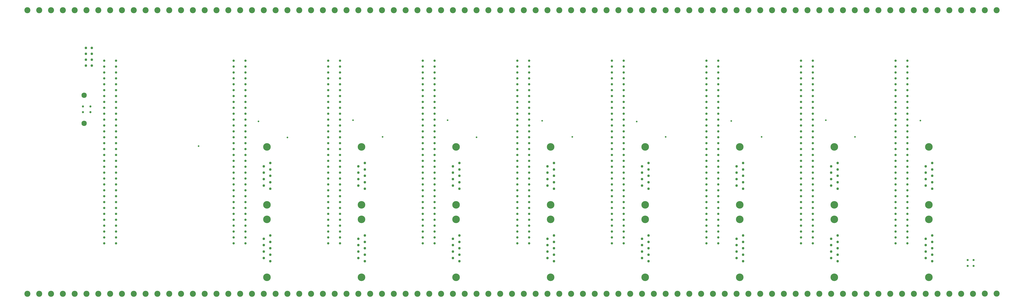
<source format=gbr>
%FSTAX23Y23*%
%MOIN*%
%SFA1B1*%

%IPPOS*%
%ADD51C,0.036220*%
%ADD52C,0.090551*%
%ADD53C,0.039370*%
%ADD54C,0.102362*%
%ADD55C,0.102362*%
%ADD56C,0.102362*%
%ADD57C,0.102362*%
%ADD58C,0.102362*%
%ADD59C,0.102362*%
%ADD60C,0.102362*%
%ADD61C,0.102362*%
%ADD62C,0.102362*%
%ADD63C,0.102362*%
%ADD64C,0.102362*%
%ADD65C,0.102362*%
%ADD66C,0.102362*%
%ADD67C,0.102362*%
%ADD68C,0.102362*%
%ADD69C,0.102362*%
%ADD70C,0.102362*%
%ADD71C,0.102362*%
%ADD72C,0.102362*%
%ADD73C,0.102362*%
%ADD74C,0.102362*%
%ADD75C,0.102362*%
%ADD76C,0.102362*%
%ADD77C,0.102362*%
%ADD78C,0.102362*%
%ADD79C,0.102362*%
%ADD80C,0.102362*%
%ADD81C,0.102362*%
%ADD82C,0.102362*%
%ADD83C,0.102362*%
%ADD84C,0.102362*%
%ADD85C,0.102362*%
%ADD86C,0.102362*%
%ADD87C,0.102362*%
%ADD88C,0.102362*%
%ADD89C,0.102362*%
%ADD90C,0.102362*%
%ADD91C,0.102362*%
%ADD92C,0.102362*%
%ADD93C,0.102362*%
%ADD94C,0.102362*%
%ADD95C,0.102362*%
%ADD96C,0.102362*%
%ADD97C,0.102362*%
%ADD98C,0.102362*%
%ADD99C,0.102362*%
%ADD100C,0.102362*%
%ADD101C,0.102362*%
%ADD102C,0.102362*%
%ADD103C,0.102362*%
%ADD104C,0.102362*%
%ADD105C,0.102362*%
%ADD106C,0.102362*%
%ADD107C,0.102362*%
%ADD108C,0.102362*%
%ADD109C,0.102362*%
%ADD110C,0.102362*%
%ADD111C,0.102362*%
%ADD112C,0.102362*%
%ADD113C,0.102362*%
%ADD114C,0.102362*%
%ADD115C,0.102362*%
%ADD116C,0.102362*%
%ADD117C,0.102362*%
%ADD118C,0.102362*%
%ADD119C,0.102362*%
%ADD120C,0.102362*%
%ADD121C,0.102362*%
%ADD122C,0.102362*%
%ADD123C,0.102362*%
%ADD124C,0.102362*%
%ADD125C,0.102362*%
%ADD126C,0.102362*%
%ADD127C,0.102362*%
%ADD128C,0.102362*%
%ADD129C,0.102362*%
%ADD130C,0.102362*%
%ADD131C,0.102362*%
%ADD132C,0.102362*%
%ADD133C,0.102362*%
%ADD134C,0.102362*%
%ADD135C,0.102362*%
%ADD136C,0.102362*%
%ADD137C,0.102362*%
%ADD138C,0.102362*%
%ADD139C,0.102362*%
%ADD140C,0.102362*%
%ADD141C,0.102362*%
%ADD142C,0.102362*%
%ADD143C,0.102362*%
%ADD144C,0.102362*%
%ADD145C,0.102362*%
%ADD146C,0.102362*%
%ADD147C,0.102362*%
%ADD148C,0.102362*%
%ADD149C,0.102362*%
%ADD150C,0.102362*%
%ADD151C,0.102362*%
%ADD152C,0.102362*%
%ADD153C,0.102362*%
%ADD154C,0.102362*%
%ADD155C,0.102362*%
%ADD156C,0.102362*%
%ADD157C,0.102362*%
%ADD158C,0.102362*%
%ADD159C,0.102362*%
%ADD160C,0.102362*%
%ADD161C,0.102362*%
%ADD162C,0.102362*%
%ADD163C,0.102362*%
%ADD164C,0.102362*%
%ADD165C,0.102362*%
%ADD166C,0.102362*%
%ADD167C,0.102362*%
%ADD168C,0.102362*%
%ADD169C,0.102362*%
%ADD170C,0.102362*%
%ADD171C,0.102362*%
%ADD172C,0.102362*%
%ADD173C,0.102362*%
%ADD174C,0.102362*%
%ADD175C,0.102362*%
%ADD176C,0.102362*%
%ADD177C,0.102362*%
%ADD178C,0.102362*%
%ADD179C,0.102362*%
%ADD180C,0.102362*%
%ADD181C,0.102362*%
%ADD182C,0.102362*%
%ADD183C,0.102362*%
%ADD184C,0.102362*%
%ADD185C,0.102362*%
%ADD186C,0.102362*%
%ADD187C,0.102362*%
%ADD188C,0.102362*%
%ADD189C,0.102362*%
%ADD190C,0.102362*%
%ADD191C,0.102362*%
%ADD192C,0.102362*%
%ADD193C,0.102362*%
%ADD194C,0.102362*%
%ADD195C,0.102362*%
%ADD196C,0.102362*%
%ADD197C,0.102362*%
%ADD198C,0.102362*%
%ADD199C,0.102362*%
%ADD200C,0.102362*%
%ADD201C,0.102362*%
%ADD202C,0.102362*%
%ADD203C,0.102362*%
%ADD204C,0.102362*%
%ADD205C,0.102362*%
%ADD206C,0.102362*%
%ADD207C,0.102362*%
%ADD208C,0.102362*%
%ADD209C,0.102362*%
%ADD210C,0.102362*%
%ADD211C,0.102362*%
%ADD212C,0.102362*%
%ADD213C,0.102362*%
%ADD214C,0.102362*%
%ADD215C,0.102362*%
%ADD216C,0.102362*%
%ADD217C,0.102362*%
%ADD218C,0.102362*%
%ADD219C,0.102362*%
%ADD220C,0.128346*%
%ADD221C,0.042913*%
%ADD222C,0.043307*%
%ADD223C,0.035433*%
%ADD224C,0.028000*%
%LNbackplane_pth_drill-1*%
%LPD*%
G54D51*
X0287Y0531D03*
Y05409D03*
X02996D03*
Y0531D03*
G54D52*
X02889Y05597D03*
Y05122D03*
G54D53*
X1682Y06185D03*
Y06085D03*
Y05985D03*
Y05885D03*
Y05785D03*
Y05685D03*
Y05584D03*
Y05485D03*
Y05385D03*
Y05285D03*
Y05185D03*
Y05085D03*
Y04985D03*
Y04885D03*
Y04785D03*
Y04685D03*
Y04585D03*
Y04485D03*
Y04385D03*
Y04285D03*
Y04185D03*
Y04085D03*
Y03985D03*
Y03885D03*
Y03785D03*
Y03685D03*
Y03585D03*
Y03485D03*
Y03385D03*
Y03285D03*
Y03185D03*
Y03085D03*
X1662Y06185D03*
Y06085D03*
Y05985D03*
Y05885D03*
Y05785D03*
Y05685D03*
Y05584D03*
Y05485D03*
Y05385D03*
Y05285D03*
Y05185D03*
Y05085D03*
Y04985D03*
Y04885D03*
Y04785D03*
Y04685D03*
Y04585D03*
Y04485D03*
Y04385D03*
Y04285D03*
Y04185D03*
Y04085D03*
Y03985D03*
Y03885D03*
Y03785D03*
Y03685D03*
Y03585D03*
Y03485D03*
Y03385D03*
Y03285D03*
Y03185D03*
Y03085D03*
X1522Y06185D03*
Y06085D03*
Y05985D03*
Y05885D03*
Y05785D03*
Y05685D03*
Y05584D03*
Y05485D03*
Y05385D03*
Y05285D03*
Y05185D03*
Y05085D03*
Y04985D03*
Y04885D03*
Y04785D03*
Y04685D03*
Y04585D03*
Y04485D03*
Y04385D03*
Y04285D03*
Y04185D03*
Y04085D03*
Y03985D03*
Y03885D03*
Y03785D03*
Y03685D03*
Y03585D03*
Y03485D03*
Y03385D03*
Y03285D03*
Y03185D03*
Y03085D03*
X1502Y06185D03*
Y06085D03*
Y05985D03*
Y05885D03*
Y05785D03*
Y05685D03*
Y05584D03*
Y05485D03*
Y05385D03*
Y05285D03*
Y05185D03*
Y05085D03*
Y04985D03*
Y04885D03*
Y04785D03*
Y04685D03*
Y04585D03*
Y04485D03*
Y04385D03*
Y04285D03*
Y04185D03*
Y04085D03*
Y03985D03*
Y03885D03*
Y03785D03*
Y03685D03*
Y03585D03*
Y03485D03*
Y03385D03*
Y03285D03*
Y03185D03*
Y03085D03*
X1362Y06185D03*
Y06085D03*
Y05985D03*
Y05885D03*
Y05785D03*
Y05685D03*
Y05584D03*
Y05485D03*
Y05385D03*
Y05285D03*
Y05185D03*
Y05085D03*
Y04985D03*
Y04885D03*
Y04785D03*
Y04685D03*
Y04585D03*
Y04485D03*
Y04385D03*
Y04285D03*
Y04185D03*
Y04085D03*
Y03985D03*
Y03885D03*
Y03785D03*
Y03685D03*
Y03585D03*
Y03485D03*
Y03385D03*
Y03285D03*
Y03185D03*
Y03085D03*
X1342Y06185D03*
Y06085D03*
Y05985D03*
Y05885D03*
Y05785D03*
Y05685D03*
Y05584D03*
Y05485D03*
Y05385D03*
Y05285D03*
Y05185D03*
Y05085D03*
Y04985D03*
Y04885D03*
Y04785D03*
Y04685D03*
Y04585D03*
Y04485D03*
Y04385D03*
Y04285D03*
Y04185D03*
Y04085D03*
Y03985D03*
Y03885D03*
Y03785D03*
Y03685D03*
Y03585D03*
Y03485D03*
Y03385D03*
Y03285D03*
Y03185D03*
Y03085D03*
X1202Y06185D03*
Y06085D03*
Y05985D03*
Y05885D03*
Y05785D03*
Y05685D03*
Y05584D03*
Y05485D03*
Y05385D03*
Y05285D03*
Y05185D03*
Y05085D03*
Y04985D03*
Y04885D03*
Y04785D03*
Y04685D03*
Y04585D03*
Y04485D03*
Y04385D03*
Y04285D03*
Y04185D03*
Y04085D03*
Y03985D03*
Y03885D03*
Y03785D03*
Y03685D03*
Y03585D03*
Y03485D03*
Y03385D03*
Y03285D03*
Y03185D03*
Y03085D03*
X1182Y06185D03*
Y06085D03*
Y05985D03*
Y05885D03*
Y05785D03*
Y05685D03*
Y05584D03*
Y05485D03*
Y05385D03*
Y05285D03*
Y05185D03*
Y05085D03*
Y04985D03*
Y04885D03*
Y04785D03*
Y04685D03*
Y04585D03*
Y04485D03*
Y04385D03*
Y04285D03*
Y04185D03*
Y04085D03*
Y03985D03*
Y03885D03*
Y03785D03*
Y03685D03*
Y03585D03*
Y03485D03*
Y03385D03*
Y03285D03*
Y03185D03*
Y03085D03*
X1042Y06185D03*
Y06085D03*
Y05985D03*
Y05885D03*
Y05785D03*
Y05685D03*
Y05584D03*
Y05485D03*
Y05385D03*
Y05285D03*
Y05185D03*
Y05085D03*
Y04985D03*
Y04885D03*
Y04785D03*
Y04685D03*
Y04585D03*
Y04485D03*
Y04385D03*
Y04285D03*
Y04185D03*
Y04085D03*
Y03985D03*
Y03885D03*
Y03785D03*
Y03685D03*
Y03585D03*
Y03485D03*
Y03385D03*
Y03285D03*
Y03185D03*
Y03085D03*
X1022Y06185D03*
Y06085D03*
Y05985D03*
Y05885D03*
Y05785D03*
Y05685D03*
Y05584D03*
Y05485D03*
Y05385D03*
Y05285D03*
Y05185D03*
Y05085D03*
Y04985D03*
Y04885D03*
Y04785D03*
Y04685D03*
Y04585D03*
Y04485D03*
Y04385D03*
Y04285D03*
Y04185D03*
Y04085D03*
Y03985D03*
Y03885D03*
Y03785D03*
Y03685D03*
Y03585D03*
Y03485D03*
Y03385D03*
Y03285D03*
Y03185D03*
Y03085D03*
X0882Y06185D03*
Y06085D03*
Y05985D03*
Y05885D03*
Y05785D03*
Y05685D03*
Y05584D03*
Y05485D03*
Y05385D03*
Y05285D03*
Y05185D03*
Y05085D03*
Y04985D03*
Y04885D03*
Y04785D03*
Y04685D03*
Y04585D03*
Y04485D03*
Y04385D03*
Y04285D03*
Y04185D03*
Y04085D03*
Y03985D03*
Y03885D03*
Y03785D03*
Y03685D03*
Y03585D03*
Y03485D03*
Y03385D03*
Y03285D03*
Y03185D03*
Y03085D03*
X0862Y06185D03*
Y06085D03*
Y05985D03*
Y05885D03*
Y05785D03*
Y05685D03*
Y05584D03*
Y05485D03*
Y05385D03*
Y05285D03*
Y05185D03*
Y05085D03*
Y04985D03*
Y04885D03*
Y04785D03*
Y04685D03*
Y04585D03*
Y04485D03*
Y04385D03*
Y04285D03*
Y04185D03*
Y04085D03*
Y03985D03*
Y03885D03*
Y03785D03*
Y03685D03*
Y03585D03*
Y03485D03*
Y03385D03*
Y03285D03*
Y03185D03*
Y03085D03*
X0722Y06185D03*
Y06085D03*
Y05985D03*
Y05885D03*
Y05785D03*
Y05685D03*
Y05584D03*
Y05485D03*
Y05385D03*
Y05285D03*
Y05185D03*
Y05085D03*
Y04985D03*
Y04885D03*
Y04785D03*
Y04685D03*
Y04585D03*
Y04485D03*
Y04385D03*
Y04285D03*
Y04185D03*
Y04085D03*
Y03985D03*
Y03885D03*
Y03785D03*
Y03685D03*
Y03585D03*
Y03485D03*
Y03385D03*
Y03285D03*
Y03185D03*
Y03085D03*
X0702Y06185D03*
Y06085D03*
Y05985D03*
Y05885D03*
Y05785D03*
Y05685D03*
Y05584D03*
Y05485D03*
Y05385D03*
Y05285D03*
Y05185D03*
Y05085D03*
Y04985D03*
Y04885D03*
Y04785D03*
Y04685D03*
Y04585D03*
Y04485D03*
Y04385D03*
Y04285D03*
Y04185D03*
Y04085D03*
Y03985D03*
Y03885D03*
Y03785D03*
Y03685D03*
Y03585D03*
Y03485D03*
Y03385D03*
Y03285D03*
Y03185D03*
Y03085D03*
X0343Y06185D03*
Y06085D03*
Y05985D03*
Y05885D03*
Y05785D03*
Y05685D03*
Y05584D03*
Y05485D03*
Y05385D03*
Y05285D03*
Y05185D03*
Y05085D03*
Y04985D03*
Y04885D03*
Y04785D03*
Y04685D03*
Y04585D03*
Y04485D03*
Y04385D03*
Y04285D03*
Y04185D03*
Y04085D03*
Y03985D03*
Y03885D03*
Y03785D03*
Y03685D03*
Y03585D03*
Y03485D03*
Y03385D03*
Y03285D03*
Y03185D03*
Y03085D03*
X0323Y06185D03*
Y06085D03*
Y05985D03*
Y05885D03*
Y05785D03*
Y05685D03*
Y05584D03*
Y05485D03*
Y05385D03*
Y05285D03*
Y05185D03*
Y05085D03*
Y04985D03*
Y04885D03*
Y04785D03*
Y04685D03*
Y04585D03*
Y04485D03*
Y04385D03*
Y04285D03*
Y04185D03*
Y04085D03*
Y03985D03*
Y03885D03*
Y03785D03*
Y03685D03*
Y03585D03*
Y03485D03*
Y03385D03*
Y03285D03*
Y03185D03*
Y03085D03*
X0562Y06185D03*
Y06085D03*
Y05985D03*
Y05885D03*
Y05785D03*
Y05685D03*
Y05584D03*
Y05485D03*
Y05385D03*
Y05285D03*
Y05185D03*
Y05085D03*
Y04985D03*
Y04885D03*
Y04785D03*
Y04685D03*
Y04585D03*
Y04485D03*
Y04385D03*
Y04285D03*
Y04185D03*
Y04085D03*
Y03985D03*
Y03885D03*
Y03785D03*
Y03685D03*
Y03585D03*
Y03485D03*
Y03385D03*
Y03285D03*
Y03185D03*
Y03085D03*
X0542Y06185D03*
Y06085D03*
Y05985D03*
Y05885D03*
Y05785D03*
Y05685D03*
Y05584D03*
Y05485D03*
Y05385D03*
Y05285D03*
Y05185D03*
Y05085D03*
Y04985D03*
Y04885D03*
Y04785D03*
Y04685D03*
Y04585D03*
Y04485D03*
Y04385D03*
Y04285D03*
Y04185D03*
Y04085D03*
Y03985D03*
Y03885D03*
Y03785D03*
Y03685D03*
Y03585D03*
Y03485D03*
Y03385D03*
Y03285D03*
Y03185D03*
Y03085D03*
G54D54*
X0533Y02229D03*
G54D55*
X0553Y02229D03*
G54D56*
X0513Y02229D03*
G54D57*
X0453Y02229D03*
G54D58*
X0493Y02229D03*
G54D59*
X0473Y02229D03*
G54D60*
X0393Y02229D03*
G54D61*
X0433Y02229D03*
G54D62*
X0413Y02229D03*
G54D63*
X0233Y02229D03*
G54D64*
X0253Y02229D03*
G54D65*
X0213Y02229D03*
G54D66*
X0293Y02229D03*
G54D67*
X0313Y02229D03*
G54D68*
X0273Y02229D03*
G54D69*
X0333Y02229D03*
G54D70*
X0373Y02229D03*
G54D71*
X0353Y02229D03*
G54D72*
X0193Y02229D03*
G54D73*
X0553Y07041D03*
G54D74*
X0533Y07041D03*
G54D75*
X0493Y07041D03*
G54D76*
X0513Y07041D03*
G54D77*
X0433Y07041D03*
G54D78*
X0413Y07041D03*
G54D79*
X0453Y07041D03*
G54D80*
X0473Y07041D03*
G54D81*
X0313Y07041D03*
G54D82*
X0293Y07041D03*
G54D83*
X0253Y07041D03*
G54D84*
X0273Y07041D03*
G54D85*
X0353Y07041D03*
G54D86*
X0333Y07041D03*
G54D87*
X0373Y07041D03*
G54D88*
X0393Y07041D03*
G54D89*
X0193Y07041D03*
G54D90*
X0213Y07041D03*
G54D91*
X0233Y07041D03*
G54D92*
X0573Y02229D03*
G54D93*
X0573Y07041D03*
G54D94*
X0613Y07041D03*
G54D95*
X05929Y07041D03*
G54D96*
X0653Y07041D03*
G54D97*
X0633Y07041D03*
G54D98*
X05929Y02229D03*
G54D99*
X0613Y02229D03*
G54D100*
X0633Y02229D03*
G54D101*
X0653Y02229D03*
G54D102*
X0673Y07041D03*
G54D103*
X0693Y07041D03*
G54D104*
X0713Y07041D03*
G54D105*
X0733Y07041D03*
G54D106*
X07529Y07041D03*
G54D107*
X0773Y07041D03*
G54D108*
X0793Y07041D03*
G54D109*
X0813Y07041D03*
G54D110*
X0833Y07041D03*
G54D111*
X0853Y07041D03*
G54D112*
X0873Y07041D03*
G54D113*
X0893Y07041D03*
G54D114*
X09129Y07041D03*
G54D115*
X09329Y07041D03*
G54D116*
X0953Y07041D03*
G54D117*
X0973Y07041D03*
G54D118*
X0993Y07041D03*
G54D119*
X1013Y07041D03*
G54D120*
X10329Y07041D03*
G54D121*
X1053Y07041D03*
G54D122*
X10729Y07041D03*
G54D123*
X1093Y07041D03*
G54D124*
X1113Y07041D03*
G54D125*
X1133Y07041D03*
G54D126*
X1153Y07041D03*
G54D127*
X11729Y07041D03*
G54D128*
X1193Y07041D03*
G54D129*
X12129Y07041D03*
G54D130*
X1233Y07041D03*
G54D131*
X12529Y07041D03*
G54D132*
X1273Y07041D03*
G54D133*
X1293Y07041D03*
G54D134*
X1313Y07041D03*
G54D135*
X1333Y07041D03*
G54D136*
X13529Y07041D03*
G54D137*
X1373Y07041D03*
G54D138*
X13929Y07041D03*
G54D139*
X1413Y07041D03*
G54D140*
X14329Y07041D03*
G54D141*
X1453Y07041D03*
G54D142*
X1473Y07041D03*
G54D143*
X14929Y07041D03*
G54D144*
X1513Y07041D03*
G54D145*
X15329Y07041D03*
G54D146*
X1553Y07041D03*
G54D147*
X15729Y07041D03*
G54D148*
X1593Y07041D03*
G54D149*
X1613Y07041D03*
G54D150*
X1633Y07041D03*
G54D151*
X1653Y07041D03*
G54D152*
X16729Y07041D03*
G54D153*
X1693Y07041D03*
G54D154*
X17129Y07041D03*
G54D155*
X1733Y07041D03*
G54D156*
X17529Y07041D03*
G54D157*
X1773Y07041D03*
G54D158*
X1793Y07041D03*
G54D159*
X0673Y02229D03*
G54D160*
X0693Y02229D03*
G54D161*
X0713Y02229D03*
G54D162*
X0733Y02229D03*
G54D163*
X07529Y02229D03*
G54D164*
X0773Y02229D03*
G54D165*
X0793Y02229D03*
G54D166*
X0813Y02229D03*
G54D167*
X0833Y02229D03*
G54D168*
X0853Y02229D03*
G54D169*
X0873Y02229D03*
G54D170*
X0893Y02229D03*
G54D171*
X09129Y02229D03*
G54D172*
X09329Y02229D03*
G54D173*
X0953Y02229D03*
G54D174*
X0973Y02229D03*
G54D175*
X0993Y02229D03*
G54D176*
X1013Y02229D03*
G54D177*
X10329Y02229D03*
G54D178*
X1053Y02229D03*
G54D179*
X10729Y02229D03*
G54D180*
X1093Y02229D03*
G54D181*
X1113Y02229D03*
G54D182*
X1133Y02229D03*
G54D183*
X1153Y02229D03*
G54D184*
X11729Y02229D03*
G54D185*
X1193Y02229D03*
G54D186*
X12129Y02229D03*
G54D187*
X1233Y02229D03*
G54D188*
X12529Y02229D03*
G54D189*
X1273Y02229D03*
G54D190*
X1293Y02229D03*
G54D191*
X1313Y02229D03*
G54D192*
X1333Y02229D03*
G54D193*
X13529Y02229D03*
G54D194*
X1373Y02229D03*
G54D195*
X13929Y02229D03*
G54D196*
X1413Y02229D03*
G54D197*
X14329Y02229D03*
G54D198*
X1453Y02229D03*
G54D199*
X1473Y02229D03*
G54D200*
X14929Y02229D03*
G54D201*
X1513Y02229D03*
G54D202*
X15329Y02229D03*
G54D203*
X1553Y02229D03*
G54D204*
X15729Y02229D03*
G54D205*
X1593Y02229D03*
G54D206*
X1613Y02229D03*
G54D207*
X1633Y02229D03*
G54D208*
X1653Y02229D03*
G54D209*
X16729Y02229D03*
G54D210*
X1693Y02229D03*
G54D211*
X17129Y02229D03*
G54D212*
X1733Y02229D03*
G54D213*
X17529Y02229D03*
G54D214*
X1773Y02229D03*
G54D215*
X1793Y02229D03*
G54D216*
X1813Y07041D03*
G54D217*
X1833Y07041D03*
G54D218*
X1833Y0223D03*
G54D219*
X1813Y0223D03*
G54D220*
X05984Y02508D03*
Y03491D03*
Y03738D03*
Y04721D03*
X07584Y02508D03*
Y03491D03*
X09184Y02508D03*
Y03491D03*
X10784Y02508D03*
Y03491D03*
X12384Y02508D03*
Y03491D03*
X13984Y02508D03*
Y03491D03*
X15584Y02508D03*
Y03491D03*
X17184Y02508D03*
Y03491D03*
Y03738D03*
Y04721D03*
X15584Y03738D03*
Y04721D03*
X13984Y03738D03*
Y04721D03*
X12384Y03738D03*
Y04721D03*
X10784Y03738D03*
Y04721D03*
X09184Y03738D03*
Y04721D03*
X07584Y03738D03*
Y04721D03*
G54D221*
X06039Y03218D03*
X05928Y03163D03*
X06039Y03109D03*
X05928Y03054D03*
X06039Y03D03*
X05928Y02945D03*
X06039Y0289D03*
X05928Y02836D03*
X06039Y02781D03*
Y04448D03*
X05928Y04393D03*
X06039Y04339D03*
X05928Y04284D03*
X06039Y0423D03*
X05928Y04175D03*
X06039Y0412D03*
X05928Y04066D03*
X06039Y04011D03*
X07639Y03218D03*
X07528Y03163D03*
X07639Y03109D03*
X07528Y03054D03*
X07639Y03D03*
X07528Y02945D03*
X07639Y0289D03*
X07528Y02836D03*
X07639Y02781D03*
X09239Y03218D03*
X09128Y03163D03*
X09239Y03109D03*
X09128Y03054D03*
X09239Y03D03*
X09128Y02945D03*
X09239Y0289D03*
X09128Y02836D03*
X09239Y02781D03*
X10839Y03218D03*
X10728Y03163D03*
X10839Y03109D03*
X10728Y03054D03*
X10839Y03D03*
X10728Y02945D03*
X10839Y0289D03*
X10728Y02836D03*
X10839Y02781D03*
X12439Y03218D03*
X12328Y03163D03*
X12439Y03109D03*
X12328Y03054D03*
X12439Y03D03*
X12328Y02945D03*
X12439Y0289D03*
X12328Y02836D03*
X12439Y02781D03*
X14039Y03218D03*
X13928Y03163D03*
X14039Y03109D03*
X13928Y03054D03*
X14039Y03D03*
X13928Y02945D03*
X14039Y0289D03*
X13928Y02836D03*
X14039Y02781D03*
X15639Y03218D03*
X15528Y03163D03*
X15639Y03109D03*
X15528Y03054D03*
X15639Y03D03*
X15528Y02945D03*
X15639Y0289D03*
X15528Y02836D03*
X15639Y02781D03*
X17239Y03218D03*
X17128Y03163D03*
X17239Y03109D03*
X17128Y03054D03*
X17239Y03D03*
X17128Y02945D03*
X17239Y0289D03*
X17128Y02836D03*
X17239Y02781D03*
Y04448D03*
X17128Y04393D03*
X17239Y04339D03*
X17128Y04284D03*
X17239Y0423D03*
X17128Y04175D03*
X17239Y0412D03*
X17128Y04066D03*
X17239Y04011D03*
X15639Y04448D03*
X15528Y04393D03*
X15639Y04339D03*
X15528Y04284D03*
X15639Y0423D03*
X15528Y04175D03*
X15639Y0412D03*
X15528Y04066D03*
X15639Y04011D03*
X14039Y04448D03*
X13928Y04393D03*
X14039Y04339D03*
X13928Y04284D03*
X14039Y0423D03*
X13928Y04175D03*
X14039Y0412D03*
X13928Y04066D03*
X14039Y04011D03*
X12439Y04448D03*
X12328Y04393D03*
X12439Y04339D03*
X12328Y04284D03*
X12439Y0423D03*
X12328Y04175D03*
X12439Y0412D03*
X12328Y04066D03*
X12439Y04011D03*
X10839Y04448D03*
X10728Y04393D03*
X10839Y04339D03*
X10728Y04284D03*
X10839Y0423D03*
X10728Y04175D03*
X10839Y0412D03*
X10728Y04066D03*
X10839Y04011D03*
X09239Y04448D03*
X09128Y04393D03*
X09239Y04339D03*
X09128Y04284D03*
X09239Y0423D03*
X09128Y04175D03*
X09239Y0412D03*
X09128Y04066D03*
X09239Y04011D03*
X07639Y04448D03*
X07528Y04393D03*
X07639Y04339D03*
X07528Y04284D03*
X07639Y0423D03*
X07528Y04175D03*
X07639Y0412D03*
X07528Y04066D03*
X07639Y04011D03*
G54D222*
X0292Y061D03*
X0302D03*
Y064D03*
Y063D03*
Y062D03*
X0292Y064D03*
Y063D03*
Y062D03*
G54D223*
X17939Y027D03*
X17839D03*
X17939Y028D03*
X17839D03*
G54D224*
X1704Y05169D03*
X15439Y05174D03*
X1384Y0516D03*
X14354Y0489D03*
X15934D03*
X1273D03*
X1224Y0515D03*
X11149Y0489D03*
X1064Y05164D03*
X0904Y05174D03*
X0953Y04885D03*
X07939Y0489D03*
X0744Y05174D03*
X0633Y0488D03*
X0584Y05154D03*
X04825Y04735D03*
M02*
</source>
